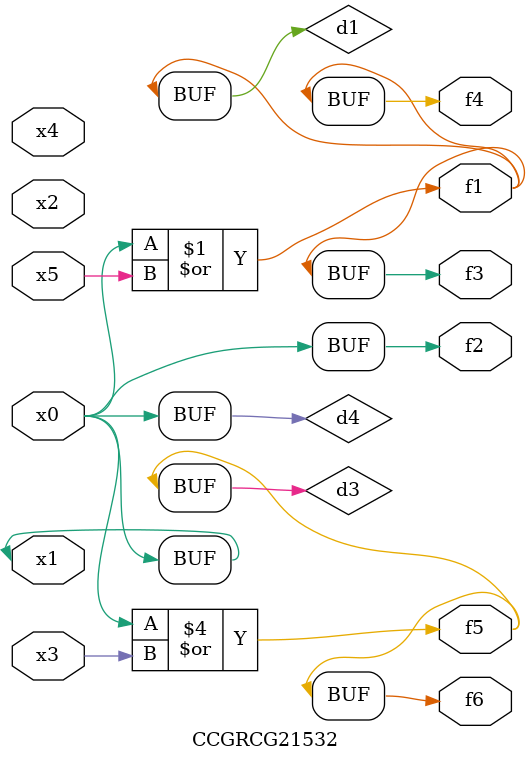
<source format=v>
module CCGRCG21532(
	input x0, x1, x2, x3, x4, x5,
	output f1, f2, f3, f4, f5, f6
);

	wire d1, d2, d3, d4;

	or (d1, x0, x5);
	xnor (d2, x1, x4);
	or (d3, x0, x3);
	buf (d4, x0, x1);
	assign f1 = d1;
	assign f2 = d4;
	assign f3 = d1;
	assign f4 = d1;
	assign f5 = d3;
	assign f6 = d3;
endmodule

</source>
